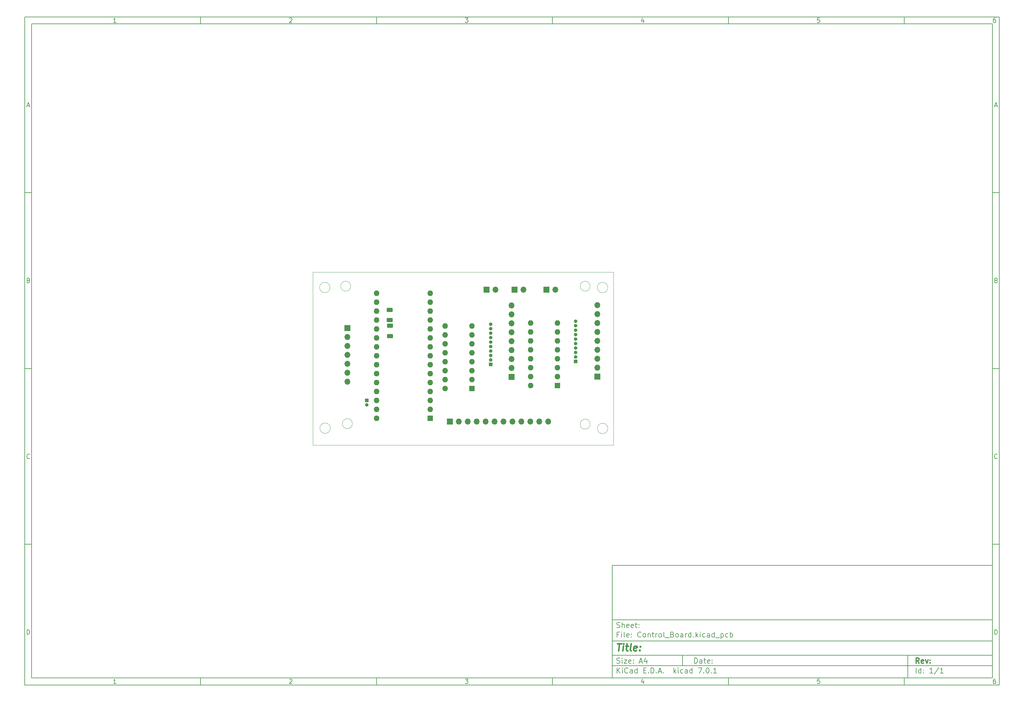
<source format=gbr>
%TF.GenerationSoftware,KiCad,Pcbnew,7.0.1*%
%TF.CreationDate,2023-10-26T15:35:36+00:00*%
%TF.ProjectId,Control_Board,436f6e74-726f-46c5-9f42-6f6172642e6b,rev?*%
%TF.SameCoordinates,Original*%
%TF.FileFunction,Soldermask,Bot*%
%TF.FilePolarity,Negative*%
%FSLAX45Y45*%
G04 Gerber Fmt 4.5, Leading zero omitted, Abs format (unit mm)*
G04 Created by KiCad (PCBNEW 7.0.1) date 2023-10-26 15:35:36*
%MOMM*%
%LPD*%
G01*
G04 APERTURE LIST*
G04 Aperture macros list*
%AMRoundRect*
0 Rectangle with rounded corners*
0 $1 Rounding radius*
0 $2 $3 $4 $5 $6 $7 $8 $9 X,Y pos of 4 corners*
0 Add a 4 corners polygon primitive as box body*
4,1,4,$2,$3,$4,$5,$6,$7,$8,$9,$2,$3,0*
0 Add four circle primitives for the rounded corners*
1,1,$1+$1,$2,$3*
1,1,$1+$1,$4,$5*
1,1,$1+$1,$6,$7*
1,1,$1+$1,$8,$9*
0 Add four rect primitives between the rounded corners*
20,1,$1+$1,$2,$3,$4,$5,0*
20,1,$1+$1,$4,$5,$6,$7,0*
20,1,$1+$1,$6,$7,$8,$9,0*
20,1,$1+$1,$8,$9,$2,$3,0*%
G04 Aperture macros list end*
%ADD10C,0.100000*%
%ADD11C,0.150000*%
%ADD12C,0.300000*%
%ADD13C,0.400000*%
%ADD14R,1.600000X1.600000*%
%ADD15O,1.600000X1.600000*%
%ADD16R,1.000000X1.000000*%
%ADD17O,1.000000X1.000000*%
%ADD18R,1.700000X1.700000*%
%ADD19O,1.700000X1.700000*%
%ADD20RoundRect,0.250000X0.625000X-0.312500X0.625000X0.312500X-0.625000X0.312500X-0.625000X-0.312500X0*%
%TA.AperFunction,Profile*%
%ADD21C,0.100000*%
%TD*%
G04 APERTURE END LIST*
D10*
D11*
X17700220Y-16600720D02*
X28500220Y-16600720D01*
X28500220Y-19800720D01*
X17700220Y-19800720D01*
X17700220Y-16600720D01*
D10*
D11*
X1000000Y-1000000D02*
X28700220Y-1000000D01*
X28700220Y-20000720D01*
X1000000Y-20000720D01*
X1000000Y-1000000D01*
D10*
D11*
X1200000Y-1200000D02*
X28500220Y-1200000D01*
X28500220Y-19800720D01*
X1200000Y-19800720D01*
X1200000Y-1200000D01*
D10*
D11*
X6000000Y-1200000D02*
X6000000Y-1000000D01*
D10*
D11*
X11000000Y-1200000D02*
X11000000Y-1000000D01*
D10*
D11*
X16000000Y-1200000D02*
X16000000Y-1000000D01*
D10*
D11*
X21000000Y-1200000D02*
X21000000Y-1000000D01*
D10*
D11*
X26000000Y-1200000D02*
X26000000Y-1000000D01*
D10*
D11*
X3599048Y-1160140D02*
X3524762Y-1160140D01*
X3561905Y-1160140D02*
X3561905Y-1030140D01*
X3561905Y-1030140D02*
X3549524Y-1048712D01*
X3549524Y-1048712D02*
X3537143Y-1061093D01*
X3537143Y-1061093D02*
X3524762Y-1067283D01*
D10*
D11*
X8524762Y-1042521D02*
X8530952Y-1036331D01*
X8530952Y-1036331D02*
X8543333Y-1030140D01*
X8543333Y-1030140D02*
X8574286Y-1030140D01*
X8574286Y-1030140D02*
X8586667Y-1036331D01*
X8586667Y-1036331D02*
X8592857Y-1042521D01*
X8592857Y-1042521D02*
X8599048Y-1054902D01*
X8599048Y-1054902D02*
X8599048Y-1067283D01*
X8599048Y-1067283D02*
X8592857Y-1085855D01*
X8592857Y-1085855D02*
X8518571Y-1160140D01*
X8518571Y-1160140D02*
X8599048Y-1160140D01*
D10*
D11*
X13518571Y-1030140D02*
X13599048Y-1030140D01*
X13599048Y-1030140D02*
X13555714Y-1079664D01*
X13555714Y-1079664D02*
X13574286Y-1079664D01*
X13574286Y-1079664D02*
X13586667Y-1085855D01*
X13586667Y-1085855D02*
X13592857Y-1092045D01*
X13592857Y-1092045D02*
X13599048Y-1104426D01*
X13599048Y-1104426D02*
X13599048Y-1135379D01*
X13599048Y-1135379D02*
X13592857Y-1147760D01*
X13592857Y-1147760D02*
X13586667Y-1153950D01*
X13586667Y-1153950D02*
X13574286Y-1160140D01*
X13574286Y-1160140D02*
X13537143Y-1160140D01*
X13537143Y-1160140D02*
X13524762Y-1153950D01*
X13524762Y-1153950D02*
X13518571Y-1147760D01*
D10*
D11*
X18586667Y-1073474D02*
X18586667Y-1160140D01*
X18555714Y-1023950D02*
X18524762Y-1116807D01*
X18524762Y-1116807D02*
X18605238Y-1116807D01*
D10*
D11*
X23592857Y-1030140D02*
X23530952Y-1030140D01*
X23530952Y-1030140D02*
X23524762Y-1092045D01*
X23524762Y-1092045D02*
X23530952Y-1085855D01*
X23530952Y-1085855D02*
X23543333Y-1079664D01*
X23543333Y-1079664D02*
X23574286Y-1079664D01*
X23574286Y-1079664D02*
X23586667Y-1085855D01*
X23586667Y-1085855D02*
X23592857Y-1092045D01*
X23592857Y-1092045D02*
X23599048Y-1104426D01*
X23599048Y-1104426D02*
X23599048Y-1135379D01*
X23599048Y-1135379D02*
X23592857Y-1147760D01*
X23592857Y-1147760D02*
X23586667Y-1153950D01*
X23586667Y-1153950D02*
X23574286Y-1160140D01*
X23574286Y-1160140D02*
X23543333Y-1160140D01*
X23543333Y-1160140D02*
X23530952Y-1153950D01*
X23530952Y-1153950D02*
X23524762Y-1147760D01*
D10*
D11*
X28586667Y-1030140D02*
X28561905Y-1030140D01*
X28561905Y-1030140D02*
X28549524Y-1036331D01*
X28549524Y-1036331D02*
X28543333Y-1042521D01*
X28543333Y-1042521D02*
X28530952Y-1061093D01*
X28530952Y-1061093D02*
X28524762Y-1085855D01*
X28524762Y-1085855D02*
X28524762Y-1135379D01*
X28524762Y-1135379D02*
X28530952Y-1147760D01*
X28530952Y-1147760D02*
X28537143Y-1153950D01*
X28537143Y-1153950D02*
X28549524Y-1160140D01*
X28549524Y-1160140D02*
X28574286Y-1160140D01*
X28574286Y-1160140D02*
X28586667Y-1153950D01*
X28586667Y-1153950D02*
X28592857Y-1147760D01*
X28592857Y-1147760D02*
X28599048Y-1135379D01*
X28599048Y-1135379D02*
X28599048Y-1104426D01*
X28599048Y-1104426D02*
X28592857Y-1092045D01*
X28592857Y-1092045D02*
X28586667Y-1085855D01*
X28586667Y-1085855D02*
X28574286Y-1079664D01*
X28574286Y-1079664D02*
X28549524Y-1079664D01*
X28549524Y-1079664D02*
X28537143Y-1085855D01*
X28537143Y-1085855D02*
X28530952Y-1092045D01*
X28530952Y-1092045D02*
X28524762Y-1104426D01*
D10*
D11*
X6000000Y-19800720D02*
X6000000Y-20000720D01*
D10*
D11*
X11000000Y-19800720D02*
X11000000Y-20000720D01*
D10*
D11*
X16000000Y-19800720D02*
X16000000Y-20000720D01*
D10*
D11*
X21000000Y-19800720D02*
X21000000Y-20000720D01*
D10*
D11*
X26000000Y-19800720D02*
X26000000Y-20000720D01*
D10*
D11*
X3599048Y-19960860D02*
X3524762Y-19960860D01*
X3561905Y-19960860D02*
X3561905Y-19830860D01*
X3561905Y-19830860D02*
X3549524Y-19849432D01*
X3549524Y-19849432D02*
X3537143Y-19861813D01*
X3537143Y-19861813D02*
X3524762Y-19868003D01*
D10*
D11*
X8524762Y-19843241D02*
X8530952Y-19837051D01*
X8530952Y-19837051D02*
X8543333Y-19830860D01*
X8543333Y-19830860D02*
X8574286Y-19830860D01*
X8574286Y-19830860D02*
X8586667Y-19837051D01*
X8586667Y-19837051D02*
X8592857Y-19843241D01*
X8592857Y-19843241D02*
X8599048Y-19855622D01*
X8599048Y-19855622D02*
X8599048Y-19868003D01*
X8599048Y-19868003D02*
X8592857Y-19886575D01*
X8592857Y-19886575D02*
X8518571Y-19960860D01*
X8518571Y-19960860D02*
X8599048Y-19960860D01*
D10*
D11*
X13518571Y-19830860D02*
X13599048Y-19830860D01*
X13599048Y-19830860D02*
X13555714Y-19880384D01*
X13555714Y-19880384D02*
X13574286Y-19880384D01*
X13574286Y-19880384D02*
X13586667Y-19886575D01*
X13586667Y-19886575D02*
X13592857Y-19892765D01*
X13592857Y-19892765D02*
X13599048Y-19905146D01*
X13599048Y-19905146D02*
X13599048Y-19936099D01*
X13599048Y-19936099D02*
X13592857Y-19948480D01*
X13592857Y-19948480D02*
X13586667Y-19954670D01*
X13586667Y-19954670D02*
X13574286Y-19960860D01*
X13574286Y-19960860D02*
X13537143Y-19960860D01*
X13537143Y-19960860D02*
X13524762Y-19954670D01*
X13524762Y-19954670D02*
X13518571Y-19948480D01*
D10*
D11*
X18586667Y-19874194D02*
X18586667Y-19960860D01*
X18555714Y-19824670D02*
X18524762Y-19917527D01*
X18524762Y-19917527D02*
X18605238Y-19917527D01*
D10*
D11*
X23592857Y-19830860D02*
X23530952Y-19830860D01*
X23530952Y-19830860D02*
X23524762Y-19892765D01*
X23524762Y-19892765D02*
X23530952Y-19886575D01*
X23530952Y-19886575D02*
X23543333Y-19880384D01*
X23543333Y-19880384D02*
X23574286Y-19880384D01*
X23574286Y-19880384D02*
X23586667Y-19886575D01*
X23586667Y-19886575D02*
X23592857Y-19892765D01*
X23592857Y-19892765D02*
X23599048Y-19905146D01*
X23599048Y-19905146D02*
X23599048Y-19936099D01*
X23599048Y-19936099D02*
X23592857Y-19948480D01*
X23592857Y-19948480D02*
X23586667Y-19954670D01*
X23586667Y-19954670D02*
X23574286Y-19960860D01*
X23574286Y-19960860D02*
X23543333Y-19960860D01*
X23543333Y-19960860D02*
X23530952Y-19954670D01*
X23530952Y-19954670D02*
X23524762Y-19948480D01*
D10*
D11*
X28586667Y-19830860D02*
X28561905Y-19830860D01*
X28561905Y-19830860D02*
X28549524Y-19837051D01*
X28549524Y-19837051D02*
X28543333Y-19843241D01*
X28543333Y-19843241D02*
X28530952Y-19861813D01*
X28530952Y-19861813D02*
X28524762Y-19886575D01*
X28524762Y-19886575D02*
X28524762Y-19936099D01*
X28524762Y-19936099D02*
X28530952Y-19948480D01*
X28530952Y-19948480D02*
X28537143Y-19954670D01*
X28537143Y-19954670D02*
X28549524Y-19960860D01*
X28549524Y-19960860D02*
X28574286Y-19960860D01*
X28574286Y-19960860D02*
X28586667Y-19954670D01*
X28586667Y-19954670D02*
X28592857Y-19948480D01*
X28592857Y-19948480D02*
X28599048Y-19936099D01*
X28599048Y-19936099D02*
X28599048Y-19905146D01*
X28599048Y-19905146D02*
X28592857Y-19892765D01*
X28592857Y-19892765D02*
X28586667Y-19886575D01*
X28586667Y-19886575D02*
X28574286Y-19880384D01*
X28574286Y-19880384D02*
X28549524Y-19880384D01*
X28549524Y-19880384D02*
X28537143Y-19886575D01*
X28537143Y-19886575D02*
X28530952Y-19892765D01*
X28530952Y-19892765D02*
X28524762Y-19905146D01*
D10*
D11*
X1000000Y-6000000D02*
X1200000Y-6000000D01*
D10*
D11*
X1000000Y-11000000D02*
X1200000Y-11000000D01*
D10*
D11*
X1000000Y-16000000D02*
X1200000Y-16000000D01*
D10*
D11*
X1069048Y-3522998D02*
X1130952Y-3522998D01*
X1056667Y-3560140D02*
X1100000Y-3430140D01*
X1100000Y-3430140D02*
X1143333Y-3560140D01*
D10*
D11*
X1109286Y-8492045D02*
X1127857Y-8498236D01*
X1127857Y-8498236D02*
X1134048Y-8504426D01*
X1134048Y-8504426D02*
X1140238Y-8516807D01*
X1140238Y-8516807D02*
X1140238Y-8535379D01*
X1140238Y-8535379D02*
X1134048Y-8547760D01*
X1134048Y-8547760D02*
X1127857Y-8553950D01*
X1127857Y-8553950D02*
X1115476Y-8560140D01*
X1115476Y-8560140D02*
X1065952Y-8560140D01*
X1065952Y-8560140D02*
X1065952Y-8430140D01*
X1065952Y-8430140D02*
X1109286Y-8430140D01*
X1109286Y-8430140D02*
X1121667Y-8436331D01*
X1121667Y-8436331D02*
X1127857Y-8442521D01*
X1127857Y-8442521D02*
X1134048Y-8454902D01*
X1134048Y-8454902D02*
X1134048Y-8467283D01*
X1134048Y-8467283D02*
X1127857Y-8479664D01*
X1127857Y-8479664D02*
X1121667Y-8485855D01*
X1121667Y-8485855D02*
X1109286Y-8492045D01*
X1109286Y-8492045D02*
X1065952Y-8492045D01*
D10*
D11*
X1140238Y-13547759D02*
X1134048Y-13553950D01*
X1134048Y-13553950D02*
X1115476Y-13560140D01*
X1115476Y-13560140D02*
X1103095Y-13560140D01*
X1103095Y-13560140D02*
X1084524Y-13553950D01*
X1084524Y-13553950D02*
X1072143Y-13541569D01*
X1072143Y-13541569D02*
X1065952Y-13529188D01*
X1065952Y-13529188D02*
X1059762Y-13504426D01*
X1059762Y-13504426D02*
X1059762Y-13485855D01*
X1059762Y-13485855D02*
X1065952Y-13461093D01*
X1065952Y-13461093D02*
X1072143Y-13448712D01*
X1072143Y-13448712D02*
X1084524Y-13436331D01*
X1084524Y-13436331D02*
X1103095Y-13430140D01*
X1103095Y-13430140D02*
X1115476Y-13430140D01*
X1115476Y-13430140D02*
X1134048Y-13436331D01*
X1134048Y-13436331D02*
X1140238Y-13442521D01*
D10*
D11*
X1065952Y-18560140D02*
X1065952Y-18430140D01*
X1065952Y-18430140D02*
X1096905Y-18430140D01*
X1096905Y-18430140D02*
X1115476Y-18436331D01*
X1115476Y-18436331D02*
X1127857Y-18448712D01*
X1127857Y-18448712D02*
X1134048Y-18461093D01*
X1134048Y-18461093D02*
X1140238Y-18485855D01*
X1140238Y-18485855D02*
X1140238Y-18504426D01*
X1140238Y-18504426D02*
X1134048Y-18529188D01*
X1134048Y-18529188D02*
X1127857Y-18541569D01*
X1127857Y-18541569D02*
X1115476Y-18553950D01*
X1115476Y-18553950D02*
X1096905Y-18560140D01*
X1096905Y-18560140D02*
X1065952Y-18560140D01*
D10*
D11*
X28700220Y-6000000D02*
X28500220Y-6000000D01*
D10*
D11*
X28700220Y-11000000D02*
X28500220Y-11000000D01*
D10*
D11*
X28700220Y-16000000D02*
X28500220Y-16000000D01*
D10*
D11*
X28569268Y-3522998D02*
X28631172Y-3522998D01*
X28556887Y-3560140D02*
X28600220Y-3430140D01*
X28600220Y-3430140D02*
X28643553Y-3560140D01*
D10*
D11*
X28609506Y-8492045D02*
X28628077Y-8498236D01*
X28628077Y-8498236D02*
X28634268Y-8504426D01*
X28634268Y-8504426D02*
X28640458Y-8516807D01*
X28640458Y-8516807D02*
X28640458Y-8535379D01*
X28640458Y-8535379D02*
X28634268Y-8547760D01*
X28634268Y-8547760D02*
X28628077Y-8553950D01*
X28628077Y-8553950D02*
X28615696Y-8560140D01*
X28615696Y-8560140D02*
X28566172Y-8560140D01*
X28566172Y-8560140D02*
X28566172Y-8430140D01*
X28566172Y-8430140D02*
X28609506Y-8430140D01*
X28609506Y-8430140D02*
X28621887Y-8436331D01*
X28621887Y-8436331D02*
X28628077Y-8442521D01*
X28628077Y-8442521D02*
X28634268Y-8454902D01*
X28634268Y-8454902D02*
X28634268Y-8467283D01*
X28634268Y-8467283D02*
X28628077Y-8479664D01*
X28628077Y-8479664D02*
X28621887Y-8485855D01*
X28621887Y-8485855D02*
X28609506Y-8492045D01*
X28609506Y-8492045D02*
X28566172Y-8492045D01*
D10*
D11*
X28640458Y-13547759D02*
X28634268Y-13553950D01*
X28634268Y-13553950D02*
X28615696Y-13560140D01*
X28615696Y-13560140D02*
X28603315Y-13560140D01*
X28603315Y-13560140D02*
X28584744Y-13553950D01*
X28584744Y-13553950D02*
X28572363Y-13541569D01*
X28572363Y-13541569D02*
X28566172Y-13529188D01*
X28566172Y-13529188D02*
X28559982Y-13504426D01*
X28559982Y-13504426D02*
X28559982Y-13485855D01*
X28559982Y-13485855D02*
X28566172Y-13461093D01*
X28566172Y-13461093D02*
X28572363Y-13448712D01*
X28572363Y-13448712D02*
X28584744Y-13436331D01*
X28584744Y-13436331D02*
X28603315Y-13430140D01*
X28603315Y-13430140D02*
X28615696Y-13430140D01*
X28615696Y-13430140D02*
X28634268Y-13436331D01*
X28634268Y-13436331D02*
X28640458Y-13442521D01*
D10*
D11*
X28566172Y-18560140D02*
X28566172Y-18430140D01*
X28566172Y-18430140D02*
X28597125Y-18430140D01*
X28597125Y-18430140D02*
X28615696Y-18436331D01*
X28615696Y-18436331D02*
X28628077Y-18448712D01*
X28628077Y-18448712D02*
X28634268Y-18461093D01*
X28634268Y-18461093D02*
X28640458Y-18485855D01*
X28640458Y-18485855D02*
X28640458Y-18504426D01*
X28640458Y-18504426D02*
X28634268Y-18529188D01*
X28634268Y-18529188D02*
X28628077Y-18541569D01*
X28628077Y-18541569D02*
X28615696Y-18553950D01*
X28615696Y-18553950D02*
X28597125Y-18560140D01*
X28597125Y-18560140D02*
X28566172Y-18560140D01*
D10*
D11*
X20035934Y-19380113D02*
X20035934Y-19230113D01*
X20035934Y-19230113D02*
X20071649Y-19230113D01*
X20071649Y-19230113D02*
X20093077Y-19237256D01*
X20093077Y-19237256D02*
X20107363Y-19251541D01*
X20107363Y-19251541D02*
X20114506Y-19265827D01*
X20114506Y-19265827D02*
X20121649Y-19294399D01*
X20121649Y-19294399D02*
X20121649Y-19315827D01*
X20121649Y-19315827D02*
X20114506Y-19344399D01*
X20114506Y-19344399D02*
X20107363Y-19358684D01*
X20107363Y-19358684D02*
X20093077Y-19372970D01*
X20093077Y-19372970D02*
X20071649Y-19380113D01*
X20071649Y-19380113D02*
X20035934Y-19380113D01*
X20250220Y-19380113D02*
X20250220Y-19301541D01*
X20250220Y-19301541D02*
X20243077Y-19287256D01*
X20243077Y-19287256D02*
X20228791Y-19280113D01*
X20228791Y-19280113D02*
X20200220Y-19280113D01*
X20200220Y-19280113D02*
X20185934Y-19287256D01*
X20250220Y-19372970D02*
X20235934Y-19380113D01*
X20235934Y-19380113D02*
X20200220Y-19380113D01*
X20200220Y-19380113D02*
X20185934Y-19372970D01*
X20185934Y-19372970D02*
X20178791Y-19358684D01*
X20178791Y-19358684D02*
X20178791Y-19344399D01*
X20178791Y-19344399D02*
X20185934Y-19330113D01*
X20185934Y-19330113D02*
X20200220Y-19322970D01*
X20200220Y-19322970D02*
X20235934Y-19322970D01*
X20235934Y-19322970D02*
X20250220Y-19315827D01*
X20300220Y-19280113D02*
X20357363Y-19280113D01*
X20321649Y-19230113D02*
X20321649Y-19358684D01*
X20321649Y-19358684D02*
X20328791Y-19372970D01*
X20328791Y-19372970D02*
X20343077Y-19380113D01*
X20343077Y-19380113D02*
X20357363Y-19380113D01*
X20464506Y-19372970D02*
X20450220Y-19380113D01*
X20450220Y-19380113D02*
X20421649Y-19380113D01*
X20421649Y-19380113D02*
X20407363Y-19372970D01*
X20407363Y-19372970D02*
X20400220Y-19358684D01*
X20400220Y-19358684D02*
X20400220Y-19301541D01*
X20400220Y-19301541D02*
X20407363Y-19287256D01*
X20407363Y-19287256D02*
X20421649Y-19280113D01*
X20421649Y-19280113D02*
X20450220Y-19280113D01*
X20450220Y-19280113D02*
X20464506Y-19287256D01*
X20464506Y-19287256D02*
X20471649Y-19301541D01*
X20471649Y-19301541D02*
X20471649Y-19315827D01*
X20471649Y-19315827D02*
X20400220Y-19330113D01*
X20535934Y-19365827D02*
X20543077Y-19372970D01*
X20543077Y-19372970D02*
X20535934Y-19380113D01*
X20535934Y-19380113D02*
X20528791Y-19372970D01*
X20528791Y-19372970D02*
X20535934Y-19365827D01*
X20535934Y-19365827D02*
X20535934Y-19380113D01*
X20535934Y-19287256D02*
X20543077Y-19294399D01*
X20543077Y-19294399D02*
X20535934Y-19301541D01*
X20535934Y-19301541D02*
X20528791Y-19294399D01*
X20528791Y-19294399D02*
X20535934Y-19287256D01*
X20535934Y-19287256D02*
X20535934Y-19301541D01*
D10*
D11*
X17700220Y-19450720D02*
X28500220Y-19450720D01*
D10*
D11*
X17835934Y-19660113D02*
X17835934Y-19510113D01*
X17921649Y-19660113D02*
X17857363Y-19574399D01*
X17921649Y-19510113D02*
X17835934Y-19595827D01*
X17985934Y-19660113D02*
X17985934Y-19560113D01*
X17985934Y-19510113D02*
X17978791Y-19517256D01*
X17978791Y-19517256D02*
X17985934Y-19524399D01*
X17985934Y-19524399D02*
X17993077Y-19517256D01*
X17993077Y-19517256D02*
X17985934Y-19510113D01*
X17985934Y-19510113D02*
X17985934Y-19524399D01*
X18143077Y-19645827D02*
X18135934Y-19652970D01*
X18135934Y-19652970D02*
X18114506Y-19660113D01*
X18114506Y-19660113D02*
X18100220Y-19660113D01*
X18100220Y-19660113D02*
X18078791Y-19652970D01*
X18078791Y-19652970D02*
X18064506Y-19638684D01*
X18064506Y-19638684D02*
X18057363Y-19624399D01*
X18057363Y-19624399D02*
X18050220Y-19595827D01*
X18050220Y-19595827D02*
X18050220Y-19574399D01*
X18050220Y-19574399D02*
X18057363Y-19545827D01*
X18057363Y-19545827D02*
X18064506Y-19531541D01*
X18064506Y-19531541D02*
X18078791Y-19517256D01*
X18078791Y-19517256D02*
X18100220Y-19510113D01*
X18100220Y-19510113D02*
X18114506Y-19510113D01*
X18114506Y-19510113D02*
X18135934Y-19517256D01*
X18135934Y-19517256D02*
X18143077Y-19524399D01*
X18271649Y-19660113D02*
X18271649Y-19581541D01*
X18271649Y-19581541D02*
X18264506Y-19567256D01*
X18264506Y-19567256D02*
X18250220Y-19560113D01*
X18250220Y-19560113D02*
X18221649Y-19560113D01*
X18221649Y-19560113D02*
X18207363Y-19567256D01*
X18271649Y-19652970D02*
X18257363Y-19660113D01*
X18257363Y-19660113D02*
X18221649Y-19660113D01*
X18221649Y-19660113D02*
X18207363Y-19652970D01*
X18207363Y-19652970D02*
X18200220Y-19638684D01*
X18200220Y-19638684D02*
X18200220Y-19624399D01*
X18200220Y-19624399D02*
X18207363Y-19610113D01*
X18207363Y-19610113D02*
X18221649Y-19602970D01*
X18221649Y-19602970D02*
X18257363Y-19602970D01*
X18257363Y-19602970D02*
X18271649Y-19595827D01*
X18407363Y-19660113D02*
X18407363Y-19510113D01*
X18407363Y-19652970D02*
X18393077Y-19660113D01*
X18393077Y-19660113D02*
X18364506Y-19660113D01*
X18364506Y-19660113D02*
X18350220Y-19652970D01*
X18350220Y-19652970D02*
X18343077Y-19645827D01*
X18343077Y-19645827D02*
X18335934Y-19631541D01*
X18335934Y-19631541D02*
X18335934Y-19588684D01*
X18335934Y-19588684D02*
X18343077Y-19574399D01*
X18343077Y-19574399D02*
X18350220Y-19567256D01*
X18350220Y-19567256D02*
X18364506Y-19560113D01*
X18364506Y-19560113D02*
X18393077Y-19560113D01*
X18393077Y-19560113D02*
X18407363Y-19567256D01*
X18593077Y-19581541D02*
X18643077Y-19581541D01*
X18664506Y-19660113D02*
X18593077Y-19660113D01*
X18593077Y-19660113D02*
X18593077Y-19510113D01*
X18593077Y-19510113D02*
X18664506Y-19510113D01*
X18728791Y-19645827D02*
X18735934Y-19652970D01*
X18735934Y-19652970D02*
X18728791Y-19660113D01*
X18728791Y-19660113D02*
X18721649Y-19652970D01*
X18721649Y-19652970D02*
X18728791Y-19645827D01*
X18728791Y-19645827D02*
X18728791Y-19660113D01*
X18800220Y-19660113D02*
X18800220Y-19510113D01*
X18800220Y-19510113D02*
X18835934Y-19510113D01*
X18835934Y-19510113D02*
X18857363Y-19517256D01*
X18857363Y-19517256D02*
X18871649Y-19531541D01*
X18871649Y-19531541D02*
X18878792Y-19545827D01*
X18878792Y-19545827D02*
X18885934Y-19574399D01*
X18885934Y-19574399D02*
X18885934Y-19595827D01*
X18885934Y-19595827D02*
X18878792Y-19624399D01*
X18878792Y-19624399D02*
X18871649Y-19638684D01*
X18871649Y-19638684D02*
X18857363Y-19652970D01*
X18857363Y-19652970D02*
X18835934Y-19660113D01*
X18835934Y-19660113D02*
X18800220Y-19660113D01*
X18950220Y-19645827D02*
X18957363Y-19652970D01*
X18957363Y-19652970D02*
X18950220Y-19660113D01*
X18950220Y-19660113D02*
X18943077Y-19652970D01*
X18943077Y-19652970D02*
X18950220Y-19645827D01*
X18950220Y-19645827D02*
X18950220Y-19660113D01*
X19014506Y-19617256D02*
X19085934Y-19617256D01*
X19000220Y-19660113D02*
X19050220Y-19510113D01*
X19050220Y-19510113D02*
X19100220Y-19660113D01*
X19150220Y-19645827D02*
X19157363Y-19652970D01*
X19157363Y-19652970D02*
X19150220Y-19660113D01*
X19150220Y-19660113D02*
X19143077Y-19652970D01*
X19143077Y-19652970D02*
X19150220Y-19645827D01*
X19150220Y-19645827D02*
X19150220Y-19660113D01*
X19450220Y-19660113D02*
X19450220Y-19510113D01*
X19464506Y-19602970D02*
X19507363Y-19660113D01*
X19507363Y-19560113D02*
X19450220Y-19617256D01*
X19571649Y-19660113D02*
X19571649Y-19560113D01*
X19571649Y-19510113D02*
X19564506Y-19517256D01*
X19564506Y-19517256D02*
X19571649Y-19524399D01*
X19571649Y-19524399D02*
X19578792Y-19517256D01*
X19578792Y-19517256D02*
X19571649Y-19510113D01*
X19571649Y-19510113D02*
X19571649Y-19524399D01*
X19707363Y-19652970D02*
X19693077Y-19660113D01*
X19693077Y-19660113D02*
X19664506Y-19660113D01*
X19664506Y-19660113D02*
X19650220Y-19652970D01*
X19650220Y-19652970D02*
X19643077Y-19645827D01*
X19643077Y-19645827D02*
X19635934Y-19631541D01*
X19635934Y-19631541D02*
X19635934Y-19588684D01*
X19635934Y-19588684D02*
X19643077Y-19574399D01*
X19643077Y-19574399D02*
X19650220Y-19567256D01*
X19650220Y-19567256D02*
X19664506Y-19560113D01*
X19664506Y-19560113D02*
X19693077Y-19560113D01*
X19693077Y-19560113D02*
X19707363Y-19567256D01*
X19835934Y-19660113D02*
X19835934Y-19581541D01*
X19835934Y-19581541D02*
X19828792Y-19567256D01*
X19828792Y-19567256D02*
X19814506Y-19560113D01*
X19814506Y-19560113D02*
X19785934Y-19560113D01*
X19785934Y-19560113D02*
X19771649Y-19567256D01*
X19835934Y-19652970D02*
X19821649Y-19660113D01*
X19821649Y-19660113D02*
X19785934Y-19660113D01*
X19785934Y-19660113D02*
X19771649Y-19652970D01*
X19771649Y-19652970D02*
X19764506Y-19638684D01*
X19764506Y-19638684D02*
X19764506Y-19624399D01*
X19764506Y-19624399D02*
X19771649Y-19610113D01*
X19771649Y-19610113D02*
X19785934Y-19602970D01*
X19785934Y-19602970D02*
X19821649Y-19602970D01*
X19821649Y-19602970D02*
X19835934Y-19595827D01*
X19971649Y-19660113D02*
X19971649Y-19510113D01*
X19971649Y-19652970D02*
X19957363Y-19660113D01*
X19957363Y-19660113D02*
X19928792Y-19660113D01*
X19928792Y-19660113D02*
X19914506Y-19652970D01*
X19914506Y-19652970D02*
X19907363Y-19645827D01*
X19907363Y-19645827D02*
X19900220Y-19631541D01*
X19900220Y-19631541D02*
X19900220Y-19588684D01*
X19900220Y-19588684D02*
X19907363Y-19574399D01*
X19907363Y-19574399D02*
X19914506Y-19567256D01*
X19914506Y-19567256D02*
X19928792Y-19560113D01*
X19928792Y-19560113D02*
X19957363Y-19560113D01*
X19957363Y-19560113D02*
X19971649Y-19567256D01*
X20143077Y-19510113D02*
X20243077Y-19510113D01*
X20243077Y-19510113D02*
X20178792Y-19660113D01*
X20300220Y-19645827D02*
X20307363Y-19652970D01*
X20307363Y-19652970D02*
X20300220Y-19660113D01*
X20300220Y-19660113D02*
X20293077Y-19652970D01*
X20293077Y-19652970D02*
X20300220Y-19645827D01*
X20300220Y-19645827D02*
X20300220Y-19660113D01*
X20400220Y-19510113D02*
X20414506Y-19510113D01*
X20414506Y-19510113D02*
X20428792Y-19517256D01*
X20428792Y-19517256D02*
X20435934Y-19524399D01*
X20435934Y-19524399D02*
X20443077Y-19538684D01*
X20443077Y-19538684D02*
X20450220Y-19567256D01*
X20450220Y-19567256D02*
X20450220Y-19602970D01*
X20450220Y-19602970D02*
X20443077Y-19631541D01*
X20443077Y-19631541D02*
X20435934Y-19645827D01*
X20435934Y-19645827D02*
X20428792Y-19652970D01*
X20428792Y-19652970D02*
X20414506Y-19660113D01*
X20414506Y-19660113D02*
X20400220Y-19660113D01*
X20400220Y-19660113D02*
X20385934Y-19652970D01*
X20385934Y-19652970D02*
X20378792Y-19645827D01*
X20378792Y-19645827D02*
X20371649Y-19631541D01*
X20371649Y-19631541D02*
X20364506Y-19602970D01*
X20364506Y-19602970D02*
X20364506Y-19567256D01*
X20364506Y-19567256D02*
X20371649Y-19538684D01*
X20371649Y-19538684D02*
X20378792Y-19524399D01*
X20378792Y-19524399D02*
X20385934Y-19517256D01*
X20385934Y-19517256D02*
X20400220Y-19510113D01*
X20514506Y-19645827D02*
X20521649Y-19652970D01*
X20521649Y-19652970D02*
X20514506Y-19660113D01*
X20514506Y-19660113D02*
X20507363Y-19652970D01*
X20507363Y-19652970D02*
X20514506Y-19645827D01*
X20514506Y-19645827D02*
X20514506Y-19660113D01*
X20664506Y-19660113D02*
X20578792Y-19660113D01*
X20621649Y-19660113D02*
X20621649Y-19510113D01*
X20621649Y-19510113D02*
X20607363Y-19531541D01*
X20607363Y-19531541D02*
X20593077Y-19545827D01*
X20593077Y-19545827D02*
X20578792Y-19552970D01*
D10*
D11*
X17700220Y-19150720D02*
X28500220Y-19150720D01*
D10*
D12*
X26421648Y-19380113D02*
X26371648Y-19308684D01*
X26335934Y-19380113D02*
X26335934Y-19230113D01*
X26335934Y-19230113D02*
X26393077Y-19230113D01*
X26393077Y-19230113D02*
X26407363Y-19237256D01*
X26407363Y-19237256D02*
X26414506Y-19244399D01*
X26414506Y-19244399D02*
X26421648Y-19258684D01*
X26421648Y-19258684D02*
X26421648Y-19280113D01*
X26421648Y-19280113D02*
X26414506Y-19294399D01*
X26414506Y-19294399D02*
X26407363Y-19301541D01*
X26407363Y-19301541D02*
X26393077Y-19308684D01*
X26393077Y-19308684D02*
X26335934Y-19308684D01*
X26543077Y-19372970D02*
X26528791Y-19380113D01*
X26528791Y-19380113D02*
X26500220Y-19380113D01*
X26500220Y-19380113D02*
X26485934Y-19372970D01*
X26485934Y-19372970D02*
X26478791Y-19358684D01*
X26478791Y-19358684D02*
X26478791Y-19301541D01*
X26478791Y-19301541D02*
X26485934Y-19287256D01*
X26485934Y-19287256D02*
X26500220Y-19280113D01*
X26500220Y-19280113D02*
X26528791Y-19280113D01*
X26528791Y-19280113D02*
X26543077Y-19287256D01*
X26543077Y-19287256D02*
X26550220Y-19301541D01*
X26550220Y-19301541D02*
X26550220Y-19315827D01*
X26550220Y-19315827D02*
X26478791Y-19330113D01*
X26600220Y-19280113D02*
X26635934Y-19380113D01*
X26635934Y-19380113D02*
X26671648Y-19280113D01*
X26728791Y-19365827D02*
X26735934Y-19372970D01*
X26735934Y-19372970D02*
X26728791Y-19380113D01*
X26728791Y-19380113D02*
X26721648Y-19372970D01*
X26721648Y-19372970D02*
X26728791Y-19365827D01*
X26728791Y-19365827D02*
X26728791Y-19380113D01*
X26728791Y-19287256D02*
X26735934Y-19294399D01*
X26735934Y-19294399D02*
X26728791Y-19301541D01*
X26728791Y-19301541D02*
X26721648Y-19294399D01*
X26721648Y-19294399D02*
X26728791Y-19287256D01*
X26728791Y-19287256D02*
X26728791Y-19301541D01*
D10*
D11*
X17828791Y-19372970D02*
X17850220Y-19380113D01*
X17850220Y-19380113D02*
X17885934Y-19380113D01*
X17885934Y-19380113D02*
X17900220Y-19372970D01*
X17900220Y-19372970D02*
X17907363Y-19365827D01*
X17907363Y-19365827D02*
X17914506Y-19351541D01*
X17914506Y-19351541D02*
X17914506Y-19337256D01*
X17914506Y-19337256D02*
X17907363Y-19322970D01*
X17907363Y-19322970D02*
X17900220Y-19315827D01*
X17900220Y-19315827D02*
X17885934Y-19308684D01*
X17885934Y-19308684D02*
X17857363Y-19301541D01*
X17857363Y-19301541D02*
X17843077Y-19294399D01*
X17843077Y-19294399D02*
X17835934Y-19287256D01*
X17835934Y-19287256D02*
X17828791Y-19272970D01*
X17828791Y-19272970D02*
X17828791Y-19258684D01*
X17828791Y-19258684D02*
X17835934Y-19244399D01*
X17835934Y-19244399D02*
X17843077Y-19237256D01*
X17843077Y-19237256D02*
X17857363Y-19230113D01*
X17857363Y-19230113D02*
X17893077Y-19230113D01*
X17893077Y-19230113D02*
X17914506Y-19237256D01*
X17978791Y-19380113D02*
X17978791Y-19280113D01*
X17978791Y-19230113D02*
X17971649Y-19237256D01*
X17971649Y-19237256D02*
X17978791Y-19244399D01*
X17978791Y-19244399D02*
X17985934Y-19237256D01*
X17985934Y-19237256D02*
X17978791Y-19230113D01*
X17978791Y-19230113D02*
X17978791Y-19244399D01*
X18035934Y-19280113D02*
X18114506Y-19280113D01*
X18114506Y-19280113D02*
X18035934Y-19380113D01*
X18035934Y-19380113D02*
X18114506Y-19380113D01*
X18228791Y-19372970D02*
X18214506Y-19380113D01*
X18214506Y-19380113D02*
X18185934Y-19380113D01*
X18185934Y-19380113D02*
X18171649Y-19372970D01*
X18171649Y-19372970D02*
X18164506Y-19358684D01*
X18164506Y-19358684D02*
X18164506Y-19301541D01*
X18164506Y-19301541D02*
X18171649Y-19287256D01*
X18171649Y-19287256D02*
X18185934Y-19280113D01*
X18185934Y-19280113D02*
X18214506Y-19280113D01*
X18214506Y-19280113D02*
X18228791Y-19287256D01*
X18228791Y-19287256D02*
X18235934Y-19301541D01*
X18235934Y-19301541D02*
X18235934Y-19315827D01*
X18235934Y-19315827D02*
X18164506Y-19330113D01*
X18300220Y-19365827D02*
X18307363Y-19372970D01*
X18307363Y-19372970D02*
X18300220Y-19380113D01*
X18300220Y-19380113D02*
X18293077Y-19372970D01*
X18293077Y-19372970D02*
X18300220Y-19365827D01*
X18300220Y-19365827D02*
X18300220Y-19380113D01*
X18300220Y-19287256D02*
X18307363Y-19294399D01*
X18307363Y-19294399D02*
X18300220Y-19301541D01*
X18300220Y-19301541D02*
X18293077Y-19294399D01*
X18293077Y-19294399D02*
X18300220Y-19287256D01*
X18300220Y-19287256D02*
X18300220Y-19301541D01*
X18478791Y-19337256D02*
X18550220Y-19337256D01*
X18464506Y-19380113D02*
X18514506Y-19230113D01*
X18514506Y-19230113D02*
X18564506Y-19380113D01*
X18678791Y-19280113D02*
X18678791Y-19380113D01*
X18643077Y-19222970D02*
X18607363Y-19330113D01*
X18607363Y-19330113D02*
X18700220Y-19330113D01*
D10*
D11*
X26335934Y-19660113D02*
X26335934Y-19510113D01*
X26471649Y-19660113D02*
X26471649Y-19510113D01*
X26471649Y-19652970D02*
X26457363Y-19660113D01*
X26457363Y-19660113D02*
X26428791Y-19660113D01*
X26428791Y-19660113D02*
X26414506Y-19652970D01*
X26414506Y-19652970D02*
X26407363Y-19645827D01*
X26407363Y-19645827D02*
X26400220Y-19631541D01*
X26400220Y-19631541D02*
X26400220Y-19588684D01*
X26400220Y-19588684D02*
X26407363Y-19574399D01*
X26407363Y-19574399D02*
X26414506Y-19567256D01*
X26414506Y-19567256D02*
X26428791Y-19560113D01*
X26428791Y-19560113D02*
X26457363Y-19560113D01*
X26457363Y-19560113D02*
X26471649Y-19567256D01*
X26543077Y-19645827D02*
X26550220Y-19652970D01*
X26550220Y-19652970D02*
X26543077Y-19660113D01*
X26543077Y-19660113D02*
X26535934Y-19652970D01*
X26535934Y-19652970D02*
X26543077Y-19645827D01*
X26543077Y-19645827D02*
X26543077Y-19660113D01*
X26543077Y-19567256D02*
X26550220Y-19574399D01*
X26550220Y-19574399D02*
X26543077Y-19581541D01*
X26543077Y-19581541D02*
X26535934Y-19574399D01*
X26535934Y-19574399D02*
X26543077Y-19567256D01*
X26543077Y-19567256D02*
X26543077Y-19581541D01*
X26807363Y-19660113D02*
X26721649Y-19660113D01*
X26764506Y-19660113D02*
X26764506Y-19510113D01*
X26764506Y-19510113D02*
X26750220Y-19531541D01*
X26750220Y-19531541D02*
X26735934Y-19545827D01*
X26735934Y-19545827D02*
X26721649Y-19552970D01*
X26978791Y-19502970D02*
X26850220Y-19695827D01*
X27107363Y-19660113D02*
X27021649Y-19660113D01*
X27064506Y-19660113D02*
X27064506Y-19510113D01*
X27064506Y-19510113D02*
X27050220Y-19531541D01*
X27050220Y-19531541D02*
X27035934Y-19545827D01*
X27035934Y-19545827D02*
X27021649Y-19552970D01*
D10*
D11*
X17700220Y-18750720D02*
X28500220Y-18750720D01*
D10*
D13*
X17843077Y-18823244D02*
X17957363Y-18823244D01*
X17875220Y-19023244D02*
X17900220Y-18823244D01*
X17997839Y-19023244D02*
X18014506Y-18889910D01*
X18022839Y-18823244D02*
X18012125Y-18832768D01*
X18012125Y-18832768D02*
X18020458Y-18842291D01*
X18020458Y-18842291D02*
X18031172Y-18832768D01*
X18031172Y-18832768D02*
X18022839Y-18823244D01*
X18022839Y-18823244D02*
X18020458Y-18842291D01*
X18079982Y-18889910D02*
X18156172Y-18889910D01*
X18116887Y-18823244D02*
X18095458Y-18994672D01*
X18095458Y-18994672D02*
X18102601Y-19013720D01*
X18102601Y-19013720D02*
X18120458Y-19023244D01*
X18120458Y-19023244D02*
X18139506Y-19023244D01*
X18233553Y-19023244D02*
X18215696Y-19013720D01*
X18215696Y-19013720D02*
X18208553Y-18994672D01*
X18208553Y-18994672D02*
X18229982Y-18823244D01*
X18385934Y-19013720D02*
X18365696Y-19023244D01*
X18365696Y-19023244D02*
X18327601Y-19023244D01*
X18327601Y-19023244D02*
X18309744Y-19013720D01*
X18309744Y-19013720D02*
X18302601Y-18994672D01*
X18302601Y-18994672D02*
X18312125Y-18918482D01*
X18312125Y-18918482D02*
X18324029Y-18899434D01*
X18324029Y-18899434D02*
X18344268Y-18889910D01*
X18344268Y-18889910D02*
X18382363Y-18889910D01*
X18382363Y-18889910D02*
X18400220Y-18899434D01*
X18400220Y-18899434D02*
X18407363Y-18918482D01*
X18407363Y-18918482D02*
X18404982Y-18937530D01*
X18404982Y-18937530D02*
X18307363Y-18956577D01*
X18481172Y-19004196D02*
X18489506Y-19013720D01*
X18489506Y-19013720D02*
X18478791Y-19023244D01*
X18478791Y-19023244D02*
X18470458Y-19013720D01*
X18470458Y-19013720D02*
X18481172Y-19004196D01*
X18481172Y-19004196D02*
X18478791Y-19023244D01*
X18494268Y-18899434D02*
X18502601Y-18908958D01*
X18502601Y-18908958D02*
X18491887Y-18918482D01*
X18491887Y-18918482D02*
X18483553Y-18908958D01*
X18483553Y-18908958D02*
X18494268Y-18899434D01*
X18494268Y-18899434D02*
X18491887Y-18918482D01*
D10*
D11*
X17885934Y-18561541D02*
X17835934Y-18561541D01*
X17835934Y-18640113D02*
X17835934Y-18490113D01*
X17835934Y-18490113D02*
X17907363Y-18490113D01*
X17964506Y-18640113D02*
X17964506Y-18540113D01*
X17964506Y-18490113D02*
X17957363Y-18497256D01*
X17957363Y-18497256D02*
X17964506Y-18504399D01*
X17964506Y-18504399D02*
X17971649Y-18497256D01*
X17971649Y-18497256D02*
X17964506Y-18490113D01*
X17964506Y-18490113D02*
X17964506Y-18504399D01*
X18057363Y-18640113D02*
X18043077Y-18632970D01*
X18043077Y-18632970D02*
X18035934Y-18618684D01*
X18035934Y-18618684D02*
X18035934Y-18490113D01*
X18171649Y-18632970D02*
X18157363Y-18640113D01*
X18157363Y-18640113D02*
X18128791Y-18640113D01*
X18128791Y-18640113D02*
X18114506Y-18632970D01*
X18114506Y-18632970D02*
X18107363Y-18618684D01*
X18107363Y-18618684D02*
X18107363Y-18561541D01*
X18107363Y-18561541D02*
X18114506Y-18547256D01*
X18114506Y-18547256D02*
X18128791Y-18540113D01*
X18128791Y-18540113D02*
X18157363Y-18540113D01*
X18157363Y-18540113D02*
X18171649Y-18547256D01*
X18171649Y-18547256D02*
X18178791Y-18561541D01*
X18178791Y-18561541D02*
X18178791Y-18575827D01*
X18178791Y-18575827D02*
X18107363Y-18590113D01*
X18243077Y-18625827D02*
X18250220Y-18632970D01*
X18250220Y-18632970D02*
X18243077Y-18640113D01*
X18243077Y-18640113D02*
X18235934Y-18632970D01*
X18235934Y-18632970D02*
X18243077Y-18625827D01*
X18243077Y-18625827D02*
X18243077Y-18640113D01*
X18243077Y-18547256D02*
X18250220Y-18554399D01*
X18250220Y-18554399D02*
X18243077Y-18561541D01*
X18243077Y-18561541D02*
X18235934Y-18554399D01*
X18235934Y-18554399D02*
X18243077Y-18547256D01*
X18243077Y-18547256D02*
X18243077Y-18561541D01*
X18514506Y-18625827D02*
X18507363Y-18632970D01*
X18507363Y-18632970D02*
X18485934Y-18640113D01*
X18485934Y-18640113D02*
X18471649Y-18640113D01*
X18471649Y-18640113D02*
X18450220Y-18632970D01*
X18450220Y-18632970D02*
X18435934Y-18618684D01*
X18435934Y-18618684D02*
X18428791Y-18604399D01*
X18428791Y-18604399D02*
X18421649Y-18575827D01*
X18421649Y-18575827D02*
X18421649Y-18554399D01*
X18421649Y-18554399D02*
X18428791Y-18525827D01*
X18428791Y-18525827D02*
X18435934Y-18511541D01*
X18435934Y-18511541D02*
X18450220Y-18497256D01*
X18450220Y-18497256D02*
X18471649Y-18490113D01*
X18471649Y-18490113D02*
X18485934Y-18490113D01*
X18485934Y-18490113D02*
X18507363Y-18497256D01*
X18507363Y-18497256D02*
X18514506Y-18504399D01*
X18600220Y-18640113D02*
X18585934Y-18632970D01*
X18585934Y-18632970D02*
X18578791Y-18625827D01*
X18578791Y-18625827D02*
X18571649Y-18611541D01*
X18571649Y-18611541D02*
X18571649Y-18568684D01*
X18571649Y-18568684D02*
X18578791Y-18554399D01*
X18578791Y-18554399D02*
X18585934Y-18547256D01*
X18585934Y-18547256D02*
X18600220Y-18540113D01*
X18600220Y-18540113D02*
X18621649Y-18540113D01*
X18621649Y-18540113D02*
X18635934Y-18547256D01*
X18635934Y-18547256D02*
X18643077Y-18554399D01*
X18643077Y-18554399D02*
X18650220Y-18568684D01*
X18650220Y-18568684D02*
X18650220Y-18611541D01*
X18650220Y-18611541D02*
X18643077Y-18625827D01*
X18643077Y-18625827D02*
X18635934Y-18632970D01*
X18635934Y-18632970D02*
X18621649Y-18640113D01*
X18621649Y-18640113D02*
X18600220Y-18640113D01*
X18714506Y-18540113D02*
X18714506Y-18640113D01*
X18714506Y-18554399D02*
X18721649Y-18547256D01*
X18721649Y-18547256D02*
X18735934Y-18540113D01*
X18735934Y-18540113D02*
X18757363Y-18540113D01*
X18757363Y-18540113D02*
X18771649Y-18547256D01*
X18771649Y-18547256D02*
X18778791Y-18561541D01*
X18778791Y-18561541D02*
X18778791Y-18640113D01*
X18828791Y-18540113D02*
X18885934Y-18540113D01*
X18850220Y-18490113D02*
X18850220Y-18618684D01*
X18850220Y-18618684D02*
X18857363Y-18632970D01*
X18857363Y-18632970D02*
X18871649Y-18640113D01*
X18871649Y-18640113D02*
X18885934Y-18640113D01*
X18935934Y-18640113D02*
X18935934Y-18540113D01*
X18935934Y-18568684D02*
X18943077Y-18554399D01*
X18943077Y-18554399D02*
X18950220Y-18547256D01*
X18950220Y-18547256D02*
X18964506Y-18540113D01*
X18964506Y-18540113D02*
X18978791Y-18540113D01*
X19050220Y-18640113D02*
X19035934Y-18632970D01*
X19035934Y-18632970D02*
X19028791Y-18625827D01*
X19028791Y-18625827D02*
X19021649Y-18611541D01*
X19021649Y-18611541D02*
X19021649Y-18568684D01*
X19021649Y-18568684D02*
X19028791Y-18554399D01*
X19028791Y-18554399D02*
X19035934Y-18547256D01*
X19035934Y-18547256D02*
X19050220Y-18540113D01*
X19050220Y-18540113D02*
X19071649Y-18540113D01*
X19071649Y-18540113D02*
X19085934Y-18547256D01*
X19085934Y-18547256D02*
X19093077Y-18554399D01*
X19093077Y-18554399D02*
X19100220Y-18568684D01*
X19100220Y-18568684D02*
X19100220Y-18611541D01*
X19100220Y-18611541D02*
X19093077Y-18625827D01*
X19093077Y-18625827D02*
X19085934Y-18632970D01*
X19085934Y-18632970D02*
X19071649Y-18640113D01*
X19071649Y-18640113D02*
X19050220Y-18640113D01*
X19185934Y-18640113D02*
X19171649Y-18632970D01*
X19171649Y-18632970D02*
X19164506Y-18618684D01*
X19164506Y-18618684D02*
X19164506Y-18490113D01*
X19207363Y-18654399D02*
X19321649Y-18654399D01*
X19407363Y-18561541D02*
X19428791Y-18568684D01*
X19428791Y-18568684D02*
X19435934Y-18575827D01*
X19435934Y-18575827D02*
X19443077Y-18590113D01*
X19443077Y-18590113D02*
X19443077Y-18611541D01*
X19443077Y-18611541D02*
X19435934Y-18625827D01*
X19435934Y-18625827D02*
X19428791Y-18632970D01*
X19428791Y-18632970D02*
X19414506Y-18640113D01*
X19414506Y-18640113D02*
X19357363Y-18640113D01*
X19357363Y-18640113D02*
X19357363Y-18490113D01*
X19357363Y-18490113D02*
X19407363Y-18490113D01*
X19407363Y-18490113D02*
X19421649Y-18497256D01*
X19421649Y-18497256D02*
X19428791Y-18504399D01*
X19428791Y-18504399D02*
X19435934Y-18518684D01*
X19435934Y-18518684D02*
X19435934Y-18532970D01*
X19435934Y-18532970D02*
X19428791Y-18547256D01*
X19428791Y-18547256D02*
X19421649Y-18554399D01*
X19421649Y-18554399D02*
X19407363Y-18561541D01*
X19407363Y-18561541D02*
X19357363Y-18561541D01*
X19528791Y-18640113D02*
X19514506Y-18632970D01*
X19514506Y-18632970D02*
X19507363Y-18625827D01*
X19507363Y-18625827D02*
X19500220Y-18611541D01*
X19500220Y-18611541D02*
X19500220Y-18568684D01*
X19500220Y-18568684D02*
X19507363Y-18554399D01*
X19507363Y-18554399D02*
X19514506Y-18547256D01*
X19514506Y-18547256D02*
X19528791Y-18540113D01*
X19528791Y-18540113D02*
X19550220Y-18540113D01*
X19550220Y-18540113D02*
X19564506Y-18547256D01*
X19564506Y-18547256D02*
X19571649Y-18554399D01*
X19571649Y-18554399D02*
X19578791Y-18568684D01*
X19578791Y-18568684D02*
X19578791Y-18611541D01*
X19578791Y-18611541D02*
X19571649Y-18625827D01*
X19571649Y-18625827D02*
X19564506Y-18632970D01*
X19564506Y-18632970D02*
X19550220Y-18640113D01*
X19550220Y-18640113D02*
X19528791Y-18640113D01*
X19707363Y-18640113D02*
X19707363Y-18561541D01*
X19707363Y-18561541D02*
X19700220Y-18547256D01*
X19700220Y-18547256D02*
X19685934Y-18540113D01*
X19685934Y-18540113D02*
X19657363Y-18540113D01*
X19657363Y-18540113D02*
X19643077Y-18547256D01*
X19707363Y-18632970D02*
X19693077Y-18640113D01*
X19693077Y-18640113D02*
X19657363Y-18640113D01*
X19657363Y-18640113D02*
X19643077Y-18632970D01*
X19643077Y-18632970D02*
X19635934Y-18618684D01*
X19635934Y-18618684D02*
X19635934Y-18604399D01*
X19635934Y-18604399D02*
X19643077Y-18590113D01*
X19643077Y-18590113D02*
X19657363Y-18582970D01*
X19657363Y-18582970D02*
X19693077Y-18582970D01*
X19693077Y-18582970D02*
X19707363Y-18575827D01*
X19778791Y-18640113D02*
X19778791Y-18540113D01*
X19778791Y-18568684D02*
X19785934Y-18554399D01*
X19785934Y-18554399D02*
X19793077Y-18547256D01*
X19793077Y-18547256D02*
X19807363Y-18540113D01*
X19807363Y-18540113D02*
X19821649Y-18540113D01*
X19935934Y-18640113D02*
X19935934Y-18490113D01*
X19935934Y-18632970D02*
X19921648Y-18640113D01*
X19921648Y-18640113D02*
X19893077Y-18640113D01*
X19893077Y-18640113D02*
X19878791Y-18632970D01*
X19878791Y-18632970D02*
X19871648Y-18625827D01*
X19871648Y-18625827D02*
X19864506Y-18611541D01*
X19864506Y-18611541D02*
X19864506Y-18568684D01*
X19864506Y-18568684D02*
X19871648Y-18554399D01*
X19871648Y-18554399D02*
X19878791Y-18547256D01*
X19878791Y-18547256D02*
X19893077Y-18540113D01*
X19893077Y-18540113D02*
X19921648Y-18540113D01*
X19921648Y-18540113D02*
X19935934Y-18547256D01*
X20007363Y-18625827D02*
X20014506Y-18632970D01*
X20014506Y-18632970D02*
X20007363Y-18640113D01*
X20007363Y-18640113D02*
X20000220Y-18632970D01*
X20000220Y-18632970D02*
X20007363Y-18625827D01*
X20007363Y-18625827D02*
X20007363Y-18640113D01*
X20078791Y-18640113D02*
X20078791Y-18490113D01*
X20093077Y-18582970D02*
X20135934Y-18640113D01*
X20135934Y-18540113D02*
X20078791Y-18597256D01*
X20200220Y-18640113D02*
X20200220Y-18540113D01*
X20200220Y-18490113D02*
X20193077Y-18497256D01*
X20193077Y-18497256D02*
X20200220Y-18504399D01*
X20200220Y-18504399D02*
X20207363Y-18497256D01*
X20207363Y-18497256D02*
X20200220Y-18490113D01*
X20200220Y-18490113D02*
X20200220Y-18504399D01*
X20335934Y-18632970D02*
X20321649Y-18640113D01*
X20321649Y-18640113D02*
X20293077Y-18640113D01*
X20293077Y-18640113D02*
X20278791Y-18632970D01*
X20278791Y-18632970D02*
X20271649Y-18625827D01*
X20271649Y-18625827D02*
X20264506Y-18611541D01*
X20264506Y-18611541D02*
X20264506Y-18568684D01*
X20264506Y-18568684D02*
X20271649Y-18554399D01*
X20271649Y-18554399D02*
X20278791Y-18547256D01*
X20278791Y-18547256D02*
X20293077Y-18540113D01*
X20293077Y-18540113D02*
X20321649Y-18540113D01*
X20321649Y-18540113D02*
X20335934Y-18547256D01*
X20464506Y-18640113D02*
X20464506Y-18561541D01*
X20464506Y-18561541D02*
X20457363Y-18547256D01*
X20457363Y-18547256D02*
X20443077Y-18540113D01*
X20443077Y-18540113D02*
X20414506Y-18540113D01*
X20414506Y-18540113D02*
X20400220Y-18547256D01*
X20464506Y-18632970D02*
X20450220Y-18640113D01*
X20450220Y-18640113D02*
X20414506Y-18640113D01*
X20414506Y-18640113D02*
X20400220Y-18632970D01*
X20400220Y-18632970D02*
X20393077Y-18618684D01*
X20393077Y-18618684D02*
X20393077Y-18604399D01*
X20393077Y-18604399D02*
X20400220Y-18590113D01*
X20400220Y-18590113D02*
X20414506Y-18582970D01*
X20414506Y-18582970D02*
X20450220Y-18582970D01*
X20450220Y-18582970D02*
X20464506Y-18575827D01*
X20600220Y-18640113D02*
X20600220Y-18490113D01*
X20600220Y-18632970D02*
X20585934Y-18640113D01*
X20585934Y-18640113D02*
X20557363Y-18640113D01*
X20557363Y-18640113D02*
X20543077Y-18632970D01*
X20543077Y-18632970D02*
X20535934Y-18625827D01*
X20535934Y-18625827D02*
X20528791Y-18611541D01*
X20528791Y-18611541D02*
X20528791Y-18568684D01*
X20528791Y-18568684D02*
X20535934Y-18554399D01*
X20535934Y-18554399D02*
X20543077Y-18547256D01*
X20543077Y-18547256D02*
X20557363Y-18540113D01*
X20557363Y-18540113D02*
X20585934Y-18540113D01*
X20585934Y-18540113D02*
X20600220Y-18547256D01*
X20635934Y-18654399D02*
X20750220Y-18654399D01*
X20785934Y-18540113D02*
X20785934Y-18690113D01*
X20785934Y-18547256D02*
X20800220Y-18540113D01*
X20800220Y-18540113D02*
X20828791Y-18540113D01*
X20828791Y-18540113D02*
X20843077Y-18547256D01*
X20843077Y-18547256D02*
X20850220Y-18554399D01*
X20850220Y-18554399D02*
X20857363Y-18568684D01*
X20857363Y-18568684D02*
X20857363Y-18611541D01*
X20857363Y-18611541D02*
X20850220Y-18625827D01*
X20850220Y-18625827D02*
X20843077Y-18632970D01*
X20843077Y-18632970D02*
X20828791Y-18640113D01*
X20828791Y-18640113D02*
X20800220Y-18640113D01*
X20800220Y-18640113D02*
X20785934Y-18632970D01*
X20985934Y-18632970D02*
X20971649Y-18640113D01*
X20971649Y-18640113D02*
X20943077Y-18640113D01*
X20943077Y-18640113D02*
X20928791Y-18632970D01*
X20928791Y-18632970D02*
X20921649Y-18625827D01*
X20921649Y-18625827D02*
X20914506Y-18611541D01*
X20914506Y-18611541D02*
X20914506Y-18568684D01*
X20914506Y-18568684D02*
X20921649Y-18554399D01*
X20921649Y-18554399D02*
X20928791Y-18547256D01*
X20928791Y-18547256D02*
X20943077Y-18540113D01*
X20943077Y-18540113D02*
X20971649Y-18540113D01*
X20971649Y-18540113D02*
X20985934Y-18547256D01*
X21050220Y-18640113D02*
X21050220Y-18490113D01*
X21050220Y-18547256D02*
X21064506Y-18540113D01*
X21064506Y-18540113D02*
X21093077Y-18540113D01*
X21093077Y-18540113D02*
X21107363Y-18547256D01*
X21107363Y-18547256D02*
X21114506Y-18554399D01*
X21114506Y-18554399D02*
X21121649Y-18568684D01*
X21121649Y-18568684D02*
X21121649Y-18611541D01*
X21121649Y-18611541D02*
X21114506Y-18625827D01*
X21114506Y-18625827D02*
X21107363Y-18632970D01*
X21107363Y-18632970D02*
X21093077Y-18640113D01*
X21093077Y-18640113D02*
X21064506Y-18640113D01*
X21064506Y-18640113D02*
X21050220Y-18632970D01*
D10*
D11*
X17700220Y-18150720D02*
X28500220Y-18150720D01*
D10*
D11*
X17828791Y-18362970D02*
X17850220Y-18370113D01*
X17850220Y-18370113D02*
X17885934Y-18370113D01*
X17885934Y-18370113D02*
X17900220Y-18362970D01*
X17900220Y-18362970D02*
X17907363Y-18355827D01*
X17907363Y-18355827D02*
X17914506Y-18341541D01*
X17914506Y-18341541D02*
X17914506Y-18327256D01*
X17914506Y-18327256D02*
X17907363Y-18312970D01*
X17907363Y-18312970D02*
X17900220Y-18305827D01*
X17900220Y-18305827D02*
X17885934Y-18298684D01*
X17885934Y-18298684D02*
X17857363Y-18291541D01*
X17857363Y-18291541D02*
X17843077Y-18284399D01*
X17843077Y-18284399D02*
X17835934Y-18277256D01*
X17835934Y-18277256D02*
X17828791Y-18262970D01*
X17828791Y-18262970D02*
X17828791Y-18248684D01*
X17828791Y-18248684D02*
X17835934Y-18234399D01*
X17835934Y-18234399D02*
X17843077Y-18227256D01*
X17843077Y-18227256D02*
X17857363Y-18220113D01*
X17857363Y-18220113D02*
X17893077Y-18220113D01*
X17893077Y-18220113D02*
X17914506Y-18227256D01*
X17978791Y-18370113D02*
X17978791Y-18220113D01*
X18043077Y-18370113D02*
X18043077Y-18291541D01*
X18043077Y-18291541D02*
X18035934Y-18277256D01*
X18035934Y-18277256D02*
X18021649Y-18270113D01*
X18021649Y-18270113D02*
X18000220Y-18270113D01*
X18000220Y-18270113D02*
X17985934Y-18277256D01*
X17985934Y-18277256D02*
X17978791Y-18284399D01*
X18171649Y-18362970D02*
X18157363Y-18370113D01*
X18157363Y-18370113D02*
X18128791Y-18370113D01*
X18128791Y-18370113D02*
X18114506Y-18362970D01*
X18114506Y-18362970D02*
X18107363Y-18348684D01*
X18107363Y-18348684D02*
X18107363Y-18291541D01*
X18107363Y-18291541D02*
X18114506Y-18277256D01*
X18114506Y-18277256D02*
X18128791Y-18270113D01*
X18128791Y-18270113D02*
X18157363Y-18270113D01*
X18157363Y-18270113D02*
X18171649Y-18277256D01*
X18171649Y-18277256D02*
X18178791Y-18291541D01*
X18178791Y-18291541D02*
X18178791Y-18305827D01*
X18178791Y-18305827D02*
X18107363Y-18320113D01*
X18300220Y-18362970D02*
X18285934Y-18370113D01*
X18285934Y-18370113D02*
X18257363Y-18370113D01*
X18257363Y-18370113D02*
X18243077Y-18362970D01*
X18243077Y-18362970D02*
X18235934Y-18348684D01*
X18235934Y-18348684D02*
X18235934Y-18291541D01*
X18235934Y-18291541D02*
X18243077Y-18277256D01*
X18243077Y-18277256D02*
X18257363Y-18270113D01*
X18257363Y-18270113D02*
X18285934Y-18270113D01*
X18285934Y-18270113D02*
X18300220Y-18277256D01*
X18300220Y-18277256D02*
X18307363Y-18291541D01*
X18307363Y-18291541D02*
X18307363Y-18305827D01*
X18307363Y-18305827D02*
X18235934Y-18320113D01*
X18350220Y-18270113D02*
X18407363Y-18270113D01*
X18371648Y-18220113D02*
X18371648Y-18348684D01*
X18371648Y-18348684D02*
X18378791Y-18362970D01*
X18378791Y-18362970D02*
X18393077Y-18370113D01*
X18393077Y-18370113D02*
X18407363Y-18370113D01*
X18457363Y-18355827D02*
X18464506Y-18362970D01*
X18464506Y-18362970D02*
X18457363Y-18370113D01*
X18457363Y-18370113D02*
X18450220Y-18362970D01*
X18450220Y-18362970D02*
X18457363Y-18355827D01*
X18457363Y-18355827D02*
X18457363Y-18370113D01*
X18457363Y-18277256D02*
X18464506Y-18284399D01*
X18464506Y-18284399D02*
X18457363Y-18291541D01*
X18457363Y-18291541D02*
X18450220Y-18284399D01*
X18450220Y-18284399D02*
X18457363Y-18277256D01*
X18457363Y-18277256D02*
X18457363Y-18291541D01*
D10*
D12*
D10*
D11*
D10*
D11*
D10*
D11*
D10*
D11*
D10*
D11*
X19700220Y-19150720D02*
X19700220Y-19450720D01*
D10*
D11*
X26100220Y-19150720D02*
X26100220Y-19800720D01*
D14*
%TO.C,U1*%
X16142000Y-11487000D03*
D15*
X16142000Y-11233000D03*
X16142000Y-10979000D03*
X16142000Y-10725000D03*
X16142000Y-10471000D03*
X16142000Y-10217000D03*
X16142000Y-9963000D03*
X16142000Y-9709000D03*
X15380000Y-9709000D03*
X15380000Y-9963000D03*
X15380000Y-10217000D03*
X15380000Y-10471000D03*
X15380000Y-10725000D03*
X15380000Y-10979000D03*
X15380000Y-11233000D03*
X15380000Y-11487000D03*
%TD*%
D16*
%TO.C,J4*%
X14246000Y-10883000D03*
D17*
X14246000Y-10756000D03*
X14246000Y-10629000D03*
X14246000Y-10502000D03*
X14246000Y-10375000D03*
X14246000Y-10248000D03*
X14246000Y-10121000D03*
X14246000Y-9994000D03*
X14246000Y-9867000D03*
X14246000Y-9740000D03*
%TD*%
D14*
%TO.C,A1*%
X12522000Y-12417000D03*
D15*
X12522000Y-12163000D03*
X12522000Y-11909000D03*
X12522000Y-11655000D03*
X12522000Y-11401000D03*
X12522000Y-11147000D03*
X12522000Y-10893000D03*
X12522000Y-10639000D03*
X12522000Y-10385000D03*
X12522000Y-10131000D03*
X12522000Y-9877000D03*
X12522000Y-9623000D03*
X12522000Y-9369000D03*
X12522000Y-9115000D03*
X12522000Y-8861000D03*
X10998000Y-8861000D03*
X10998000Y-9115000D03*
X10998000Y-9369000D03*
X10998000Y-9623000D03*
X10998000Y-9877000D03*
X10998000Y-10131000D03*
X10998000Y-10385000D03*
X10998000Y-10639000D03*
X10998000Y-10893000D03*
X10998000Y-11147000D03*
X10998000Y-11401000D03*
X10998000Y-11655000D03*
X10998000Y-11909000D03*
X10998000Y-12163000D03*
X10998000Y-12417000D03*
%TD*%
D18*
%TO.C,J5*%
X15826000Y-8755000D03*
D19*
X16080000Y-8755000D03*
%TD*%
D18*
%TO.C,J8*%
X17277500Y-11228000D03*
D19*
X17277500Y-10974000D03*
X17277500Y-10720000D03*
X17277500Y-10466000D03*
X17277500Y-10212000D03*
X17277500Y-9958000D03*
X17277500Y-9704000D03*
X17277500Y-9450000D03*
X17277500Y-9196000D03*
%TD*%
D16*
%TO.C,J2*%
X10720000Y-11908000D03*
D17*
X10720000Y-12035000D03*
%TD*%
D18*
%TO.C,J3*%
X13083000Y-12507000D03*
D19*
X13337000Y-12507000D03*
X13591000Y-12507000D03*
X13845000Y-12507000D03*
X14099000Y-12507000D03*
X14353000Y-12507000D03*
X14607000Y-12507000D03*
X14861000Y-12507000D03*
X15115000Y-12507000D03*
X15369000Y-12507000D03*
X15623000Y-12507000D03*
X15877000Y-12507000D03*
%TD*%
D16*
%TO.C,J7*%
X16656000Y-10801000D03*
D17*
X16656000Y-10674000D03*
X16656000Y-10547000D03*
X16656000Y-10420000D03*
X16656000Y-10293000D03*
X16656000Y-10166000D03*
X16656000Y-10039000D03*
X16656000Y-9912000D03*
X16656000Y-9785000D03*
X16656000Y-9658000D03*
%TD*%
D18*
%TO.C,J1*%
X10175000Y-9850000D03*
D19*
X10175000Y-10104000D03*
X10175000Y-10358000D03*
X10175000Y-10612000D03*
X10175000Y-10866000D03*
X10175000Y-11120000D03*
X10175000Y-11374000D03*
%TD*%
D18*
%TO.C,J6*%
X14919000Y-8757000D03*
D19*
X15173000Y-8757000D03*
%TD*%
D14*
%TO.C,U3*%
X13714000Y-11571000D03*
D15*
X13714000Y-11317000D03*
X13714000Y-11063000D03*
X13714000Y-10809000D03*
X13714000Y-10555000D03*
X13714000Y-10301000D03*
X13714000Y-10047000D03*
X13714000Y-9793000D03*
X12952000Y-9793000D03*
X12952000Y-10047000D03*
X12952000Y-10301000D03*
X12952000Y-10555000D03*
X12952000Y-10809000D03*
X12952000Y-11063000D03*
X12952000Y-11317000D03*
X12952000Y-11571000D03*
%TD*%
D18*
%TO.C,J9*%
X14836000Y-11234000D03*
D19*
X14836000Y-10980000D03*
X14836000Y-10726000D03*
X14836000Y-10472000D03*
X14836000Y-10218000D03*
X14836000Y-9964000D03*
X14836000Y-9710000D03*
X14836000Y-9456000D03*
X14836000Y-9202000D03*
%TD*%
D18*
%TO.C,SW1*%
X14127000Y-8759000D03*
D19*
X14381000Y-8759000D03*
%TD*%
D20*
%TO.C,R12*%
X11379000Y-10078000D03*
X11379000Y-9785500D03*
%TD*%
%TO.C,R11*%
X11378000Y-9623500D03*
X11378000Y-9331000D03*
%TD*%
D21*
X9686030Y-12697000D02*
G75*
G03*
X9686030Y-12697000I-148030J0D01*
G01*
X17573030Y-8695970D02*
G75*
G03*
X17573030Y-8695970I-148030J0D01*
G01*
X17069032Y-8657500D02*
G75*
G03*
X17069032Y-8657500I-141532J0D01*
G01*
X10265564Y-8657500D02*
G75*
G03*
X10265564Y-8657500I-141532J0D01*
G01*
X9675660Y-8695000D02*
G75*
G03*
X9675660Y-8695000I-146660J0D01*
G01*
X9193000Y-8258000D02*
X17731000Y-8258000D01*
X17731000Y-13181000D01*
X9193000Y-13181000D01*
X9193000Y-8258000D01*
X10311532Y-12567500D02*
G75*
G03*
X10311532Y-12567500I-141532J0D01*
G01*
X17573030Y-12702970D02*
G75*
G03*
X17573030Y-12702970I-148030J0D01*
G01*
X17069532Y-12580000D02*
G75*
G03*
X17069532Y-12580000I-141532J0D01*
G01*
M02*

</source>
